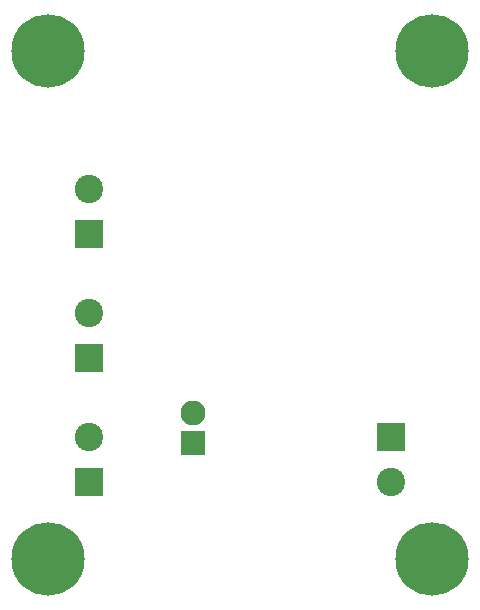
<source format=gbs>
G04*
G04 #@! TF.GenerationSoftware,Altium Limited,Altium Designer,25.0.2 (28)*
G04*
G04 Layer_Color=16711935*
%FSLAX24Y24*%
%MOIN*%
G70*
G04*
G04 #@! TF.SameCoordinates,1A86E40C-C96F-40CC-892B-A9B6597BB8DF*
G04*
G04*
G04 #@! TF.FilePolarity,Negative*
G04*
G01*
G75*
%ADD60C,0.0946*%
%ADD61R,0.0946X0.0946*%
%ADD62R,0.0828X0.0828*%
%ADD63C,0.0828*%
%ADD64C,0.2442*%
D60*
X2756Y9571D02*
D03*
Y13705D02*
D03*
Y5437D02*
D03*
X12795Y3937D02*
D03*
D61*
X2756Y8071D02*
D03*
Y12205D02*
D03*
Y3937D02*
D03*
X12795Y5437D02*
D03*
D62*
X6220Y5240D02*
D03*
D63*
Y6240D02*
D03*
D64*
X1378Y18307D02*
D03*
Y1378D02*
D03*
X14173D02*
D03*
Y18307D02*
D03*
M02*

</source>
